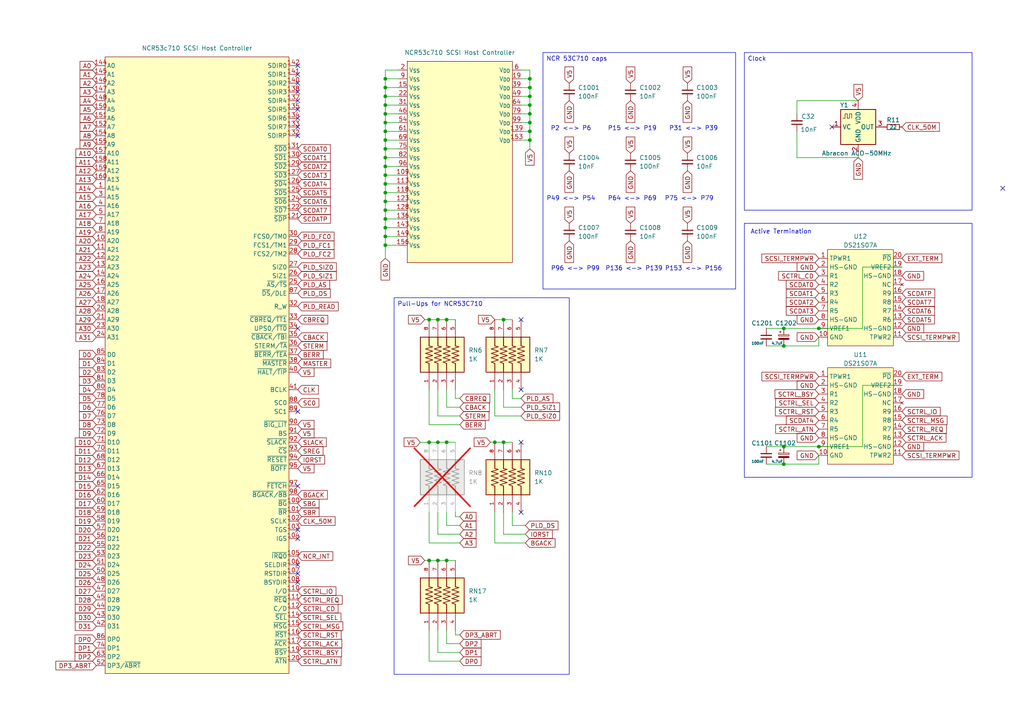
<source format=kicad_sch>
(kicad_sch (version 20250114) (generator "eeschema") (generator_version "9.0")
  (paper "A4")
  (title_block (title "A4092") (date "2026-01-08") (rev "REV C") (company "amiga.technology"))
  (rectangle (start 215.9 64.77) (end 281.94 138.43))
  (text "P2 <-> P6" (at 165.608 37.338 0) (effects (font (size 1.27 1.27))))
  (text "P96 <-> P99" (at 166.878 77.978 0) (effects (font (size 1.27 1.27))))
  (text "P49 <-> P54" (at 165.608 57.658 0) (effects (font (size 1.27 1.27))))
  (text "P136 <-> P139" (at 183.896 77.978 0) (effects (font (size 1.27 1.27))))
  (text "Active Termination\n" (at 226.568 67.31 0) (effects (font (size 1.27 1.27))))
  (text "P153 <-> P156" (at 201.168 77.978 0) (effects (font (size 1.27 1.27))))
  (text "P31 <-> P39" (at 201.168 37.338 0) (effects (font (size 1.27 1.27))))
  (text "P64 <-> P69" (at 183.388 57.658 0) (effects (font (size 1.27 1.27))))
  (text "P15 <-> P19" (at 183.388 37.338 0) (effects (font (size 1.27 1.27))))
  (text "P75 <-> P79" (at 199.898 57.658 0) (effects (font (size 1.27 1.27))))
  (text_box "NCR 53C710 caps" (at 157.48 15.24 0) (size 55.88 68.58) (margins 0.9525 0.9525 0.9525 0.9525) (effects (font (size 1.27 1.27)) (justify left top)))
  (text_box "Clock\n" (at 215.9 15.24 0) (size 66.04 45.72) (margins 0.9525 0.9525 0.9525 0.9525) (effects (font (size 1.27 1.27)) (justify left top)))
  (text_box "Pull-Ups for NCR53C710" (at 114.3 86.36 0) (size 50.8 109.22) (margins 0.9525 0.9525 0.9525 0.9525) (effects (font (size 1.27 1.27)) (justify left top)))
  (junction (at 111.76 55.88))
  (junction (at 124.46 92.71))
  (junction (at 111.76 27.94))
  (junction (at 227.33 134.62))
  (junction (at 124.46 162.56))
  (junction (at 111.76 22.86))
  (junction (at 129.54 92.71))
  (junction (at 237.49 129.54))
  (junction (at 153.67 35.56))
  (junction (at 111.76 48.26))
  (junction (at 129.54 128.27))
  (junction (at 237.49 95.25))
  (junction (at 153.67 25.4))
  (junction (at 127 162.56))
  (junction (at 111.76 68.58))
  (junction (at 111.76 58.42))
  (junction (at 111.76 66.04))
  (junction (at 111.76 35.56))
  (junction (at 111.76 50.8))
  (junction (at 153.67 27.94))
  (junction (at 111.76 53.34))
  (junction (at 129.54 162.56))
  (junction (at 111.76 45.72))
  (junction (at 146.05 128.27))
  (junction (at 153.67 33.02))
  (junction (at 111.76 40.64))
  (junction (at 227.33 100.33))
  (junction (at 111.76 33.02))
  (junction (at 143.51 128.27))
  (junction (at 153.67 30.48))
  (junction (at 227.33 95.25))
  (junction (at 153.67 22.86))
  (junction (at 111.76 60.96))
  (junction (at 153.67 38.1))
  (junction (at 111.76 30.48))
  (junction (at 111.76 43.18))
  (junction (at 227.33 129.54))
  (junction (at 111.76 63.5))
  (junction (at 111.76 38.1))
  (junction (at 124.46 128.27))
  (junction (at 111.76 71.12))
  (junction (at 153.67 40.64))
  (junction (at 127 128.27))
  (junction (at 146.05 92.71))
  (junction (at 111.76 25.4))
  (junction (at 127 92.71))
  (no_connect (at 86.36 153.67))
  (no_connect (at 241.3 36.83))
  (no_connect (at 86.36 163.83))
  (no_connect (at 151.13 148.59))
  (no_connect (at 151.13 113.03))
  (no_connect (at 86.36 24.13))
  (no_connect (at 86.36 29.21))
  (no_connect (at 86.36 168.91))
  (no_connect (at 151.13 128.27))
  (no_connect (at 151.13 92.71))
  (no_connect (at 86.36 31.75))
  (no_connect (at 86.36 19.05))
  (no_connect (at 86.36 26.67))
  (no_connect (at 86.36 95.25))
  (no_connect (at 86.36 140.97))
  (no_connect (at 86.36 34.29))
  (no_connect (at 86.36 21.59))
  (no_connect (at 86.36 156.21))
  (no_connect (at 290.83 54.61))
  (no_connect (at 86.36 166.37))
  (no_connect (at 86.36 39.37))
  (no_connect (at 86.36 36.83))
  (no_connect (at 86.36 119.38))
  (wire (pts (xy 111.76 20.32) (xy 115.57 20.32)))
  (wire (pts (xy 250.19 77.47) (xy 261.62 77.47)))
  (wire (pts (xy 124.46 123.19) (xy 124.46 113.03)))
  (wire (pts (xy 129.54 162.56) (xy 132.08 162.56)))
  (wire (pts (xy 127 154.94) (xy 127 148.59)))
  (wire (pts (xy 123.19 92.71) (xy 124.46 92.71)))
  (wire (pts (xy 111.76 48.26) (xy 111.76 50.8)))
  (wire (pts (xy 124.46 162.56) (xy 127 162.56)))
  (wire (pts (xy 127 92.71) (xy 129.54 92.71)))
  (wire (pts (xy 151.13 22.86) (xy 153.67 22.86)))
  (wire (pts (xy 111.76 25.4) (xy 115.57 25.4)))
  (wire (pts (xy 142.24 128.27) (xy 143.51 128.27)))
  (wire (pts (xy 153.67 25.4) (xy 153.67 27.94)))
  (wire (pts (xy 153.67 30.48) (xy 153.67 33.02)))
  (wire (pts (xy 248.92 45.72) (xy 231.14 45.72)))
  (wire (pts (xy 222.25 129.54) (xy 227.33 129.54)))
  (wire (pts (xy 132.08 149.86) (xy 132.08 148.59)))
  (wire (pts (xy 248.92 45.72) (xy 248.92 44.45)))
  (wire (pts (xy 124.46 191.77) (xy 124.46 182.88)))
  (wire (pts (xy 124.46 157.48) (xy 124.46 148.59)))
  (wire (pts (xy 111.76 27.94) (xy 111.76 25.4)))
  (wire (pts (xy 153.67 35.56) (xy 153.67 38.1)))
  (wire (pts (xy 151.13 33.02) (xy 153.67 33.02)))
  (wire (pts (xy 237.49 100.33) (xy 227.33 100.33)))
  (wire (pts (xy 111.76 66.04) (xy 115.57 66.04)))
  (wire (pts (xy 146.05 118.11) (xy 151.13 118.11)))
  (wire (pts (xy 111.76 38.1) (xy 115.57 38.1)))
  (wire (pts (xy 111.76 43.18) (xy 111.76 45.72)))
  (wire (pts (xy 111.76 22.86) (xy 115.57 22.86)))
  (wire (pts (xy 129.54 186.69) (xy 129.54 182.88)))
  (wire (pts (xy 143.51 120.65) (xy 151.13 120.65)))
  (wire (pts (xy 127 120.65) (xy 127 113.03)))
  (wire (pts (xy 111.76 68.58) (xy 111.76 71.12)))
  (wire (pts (xy 237.49 129.54) (xy 250.19 129.54)))
  (wire (pts (xy 111.76 33.02) (xy 111.76 35.56)))
  (wire (pts (xy 111.76 33.02) (xy 111.76 30.48)))
  (wire (pts (xy 133.35 149.86) (xy 132.08 149.86)))
  (wire (pts (xy 146.05 92.71) (xy 148.59 92.71)))
  (wire (pts (xy 152.4 154.94) (xy 146.05 154.94)))
  (wire (pts (xy 133.35 191.77) (xy 124.46 191.77)))
  (wire (pts (xy 111.76 63.5) (xy 111.76 66.04)))
  (wire (pts (xy 111.76 45.72) (xy 115.57 45.72)))
  (wire (pts (xy 111.76 30.48) (xy 115.57 30.48)))
  (wire (pts (xy 111.76 50.8) (xy 111.76 53.34)))
  (wire (pts (xy 111.76 55.88) (xy 115.57 55.88)))
  (wire (pts (xy 146.05 128.27) (xy 148.59 128.27)))
  (wire (pts (xy 133.35 120.65) (xy 127 120.65)))
  (wire (pts (xy 111.76 43.18) (xy 115.57 43.18)))
  (wire (pts (xy 111.76 40.64) (xy 111.76 43.18)))
  (wire (pts (xy 133.35 186.69) (xy 129.54 186.69)))
  (wire (pts (xy 111.76 22.86) (xy 111.76 20.32)))
  (wire (pts (xy 111.76 71.12) (xy 111.76 74.93)))
  (wire (pts (xy 152.4 152.4) (xy 148.59 152.4)))
  (wire (pts (xy 133.35 157.48) (xy 124.46 157.48)))
  (wire (pts (xy 111.76 30.48) (xy 111.76 27.94)))
  (wire (pts (xy 151.13 30.48) (xy 153.67 30.48)))
  (wire (pts (xy 111.76 50.8) (xy 115.57 50.8)))
  (wire (pts (xy 111.76 33.02) (xy 115.57 33.02)))
  (wire (pts (xy 111.76 38.1) (xy 111.76 40.64)))
  (wire (pts (xy 222.25 95.25) (xy 227.33 95.25)))
  (wire (pts (xy 133.35 152.4) (xy 129.54 152.4)))
  (wire (pts (xy 132.08 113.03) (xy 132.08 115.57)))
  (wire (pts (xy 111.76 71.12) (xy 115.57 71.12)))
  (wire (pts (xy 111.76 58.42) (xy 115.57 58.42)))
  (wire (pts (xy 129.54 118.11) (xy 129.54 113.03)))
  (wire (pts (xy 153.67 22.86) (xy 153.67 25.4)))
  (wire (pts (xy 111.76 27.94) (xy 115.57 27.94)))
  (wire (pts (xy 111.76 35.56) (xy 111.76 38.1)))
  (wire (pts (xy 132.08 184.15) (xy 132.08 182.88)))
  (wire (pts (xy 250.19 95.25) (xy 250.19 77.47)))
  (wire (pts (xy 129.54 92.71) (xy 132.08 92.71)))
  (wire (pts (xy 231.14 45.72) (xy 231.14 38.1)))
  (wire (pts (xy 115.57 35.56) (xy 111.76 35.56)))
  (wire (pts (xy 133.35 118.11) (xy 129.54 118.11)))
  (wire (pts (xy 111.76 55.88) (xy 111.76 58.42)))
  (wire (pts (xy 111.76 53.34) (xy 115.57 53.34)))
  (wire (pts (xy 148.59 115.57) (xy 151.13 115.57)))
  (wire (pts (xy 152.4 157.48) (xy 143.51 157.48)))
  (wire (pts (xy 111.76 53.34) (xy 111.76 55.88)))
  (wire (pts (xy 133.35 184.15) (xy 132.08 184.15)))
  (wire (pts (xy 129.54 128.27) (xy 132.08 128.27)))
  (wire (pts (xy 151.13 27.94) (xy 153.67 27.94)))
  (wire (pts (xy 143.51 92.71) (xy 146.05 92.71)))
  (wire (pts (xy 151.13 40.64) (xy 153.67 40.64)))
  (wire (pts (xy 250.19 129.54) (xy 250.19 111.76)))
  (wire (pts (xy 133.35 154.94) (xy 127 154.94)))
  (wire (pts (xy 231.14 29.21) (xy 231.14 33.02)))
  (wire (pts (xy 132.08 115.57) (xy 133.35 115.57)))
  (wire (pts (xy 111.76 60.96) (xy 115.57 60.96)))
  (wire (pts (xy 127 162.56) (xy 129.54 162.56)))
  (wire (pts (xy 111.76 63.5) (xy 115.57 63.5)))
  (wire (pts (xy 111.76 58.42) (xy 111.76 60.96)))
  (wire (pts (xy 237.49 132.08) (xy 237.49 134.62)))
  (wire (pts (xy 133.35 189.23) (xy 127 189.23)))
  (wire (pts (xy 237.49 97.79) (xy 237.49 100.33)))
  (wire (pts (xy 143.51 157.48) (xy 143.51 148.59)))
  (wire (pts (xy 148.59 152.4) (xy 148.59 148.59)))
  (wire (pts (xy 111.76 48.26) (xy 115.57 48.26)))
  (wire (pts (xy 151.13 25.4) (xy 153.67 25.4)))
  (wire (pts (xy 153.67 40.64) (xy 153.67 43.18)))
  (wire (pts (xy 148.59 113.03) (xy 148.59 115.57)))
  (wire (pts (xy 250.19 111.76) (xy 261.62 111.76)))
  (wire (pts (xy 143.51 128.27) (xy 146.05 128.27)))
  (wire (pts (xy 146.05 154.94) (xy 146.05 148.59)))
  (wire (pts (xy 222.25 100.33) (xy 227.33 100.33)))
  (wire (pts (xy 129.54 152.4) (xy 129.54 148.59)))
  (wire (pts (xy 111.76 25.4) (xy 111.76 22.86)))
  (wire (pts (xy 222.25 134.62) (xy 227.33 134.62)))
  (wire (pts (xy 133.35 123.19) (xy 124.46 123.19)))
  (wire (pts (xy 111.76 60.96) (xy 111.76 63.5)))
  (wire (pts (xy 146.05 113.03) (xy 146.05 118.11)))
  (wire (pts (xy 111.76 45.72) (xy 111.76 48.26)))
  (wire (pts (xy 123.19 162.56) (xy 124.46 162.56)))
  (wire (pts (xy 248.92 29.21) (xy 231.14 29.21)))
  (wire (pts (xy 143.51 113.03) (xy 143.51 120.65)))
  (wire (pts (xy 151.13 35.56) (xy 153.67 35.56)))
  (wire (pts (xy 127 128.27) (xy 129.54 128.27)))
  (wire (pts (xy 121.92 128.27) (xy 124.46 128.27)))
  (wire (pts (xy 111.76 66.04) (xy 111.76 68.58)))
  (wire (pts (xy 127 189.23) (xy 127 182.88)))
  (wire (pts (xy 153.67 27.94) (xy 153.67 30.48)))
  (wire (pts (xy 227.33 95.25) (xy 237.49 95.25)))
  (wire (pts (xy 124.46 128.27) (xy 127 128.27)))
  (wire (pts (xy 151.13 38.1) (xy 153.67 38.1)))
  (wire (pts (xy 153.67 33.02) (xy 153.67 35.56)))
  (wire (pts (xy 111.76 40.64) (xy 115.57 40.64)))
  (wire (pts (xy 151.13 20.32) (xy 153.67 20.32)))
  (wire (pts (xy 227.33 129.54) (xy 237.49 129.54)))
  (wire (pts (xy 153.67 38.1) (xy 153.67 40.64)))
  (wire (pts (xy 124.46 92.71) (xy 127 92.71)))
  (wire (pts (xy 111.76 68.58) (xy 115.57 68.58)))
  (wire (pts (xy 237.49 95.25) (xy 250.19 95.25)))
  (wire (pts (xy 153.67 20.32) (xy 153.67 22.86)))
  (wire (pts (xy 237.49 134.62) (xy 227.33 134.62)))
  (global_label "SCDAT0" (shape input) (at 86.36 43.18 0) (property "Intersheetrefs" "${INTERSHEET_REFS}" (effects (hide yes))))
  (global_label "A31" (shape input) (at 27.94 97.79 180) (property "Intersheetrefs" "${INTERSHEET_REFS}" (effects (hide yes))))
  (global_label "A2" (shape input) (at 133.35 154.94 0) (property "Intersheetrefs" "${INTERSHEET_REFS}" (effects (hide yes))))
  (global_label "SCTRL_REQ" (shape input) (at 86.36 173.99 0) (property "Intersheetrefs" "${INTERSHEET_REFS}" (effects (hide yes))))
  (global_label "CLK_50M" (shape input) (at 261.62 36.83 0) (property "Intersheetrefs" "${INTERSHEET_REFS}" (effects (hide yes))))
  (global_label "A10" (shape input) (at 27.94 44.45 180) (property "Intersheetrefs" "${INTERSHEET_REFS}" (effects (hide yes))))
  (global_label "V5" (shape input) (at 248.92 29.21 90) (property "Intersheetrefs" "${INTERSHEET_REFS}" (effects (hide yes))))
  (global_label "GND" (shape input) (at 237.49 127 180) (property "Intersheetrefs" "${INTERSHEET_REFS}" (effects (hide yes))))
  (global_label "A8" (shape input) (at 27.94 39.37 180) (property "Intersheetrefs" "${INTERSHEET_REFS}" (effects (hide yes))))
  (global_label "EXT_TERM" (shape input) (at 261.62 109.22 0) (property "Intersheetrefs" "${INTERSHEET_REFS}" (effects (hide yes))))
  (global_label "D23" (shape input) (at 27.94 161.29 180) (property "Intersheetrefs" "${INTERSHEET_REFS}" (effects (hide yes))))
  (global_label "BGACK" (shape input) (at 152.4 157.48 0) (property "Intersheetrefs" "${INTERSHEET_REFS}" (effects (hide yes))))
  (global_label "SCTRL_MSG" (shape input) (at 261.62 121.92 0) (property "Intersheetrefs" "${INTERSHEET_REFS}" (effects (hide yes))))
  (global_label "PLD_SIZ1" (shape input) (at 151.13 118.11 0) (property "Intersheetrefs" "${INTERSHEET_REFS}" (effects (hide yes))))
  (global_label "V5" (shape input) (at 165.1 64.77 90) (property "Intersheetrefs" "${INTERSHEET_REFS}" (effects (hide yes))))
  (global_label "D12" (shape input) (at 27.94 133.35 180) (property "Intersheetrefs" "${INTERSHEET_REFS}" (effects (hide yes))))
  (global_label "A5" (shape input) (at 27.94 31.75 180) (property "Intersheetrefs" "${INTERSHEET_REFS}" (effects (hide yes))))
  (global_label "GND" (shape input) (at 199.39 49.53 270) (property "Intersheetrefs" "${INTERSHEET_REFS}" (effects (hide yes))))
  (global_label "DP0" (shape input) (at 27.94 185.42 180) (property "Intersheetrefs" "${INTERSHEET_REFS}" (effects (hide yes))))
  (global_label "SCDAT5" (shape input) (at 86.36 55.88 0) (property "Intersheetrefs" "${INTERSHEET_REFS}" (effects (hide yes))))
  (global_label "SCTRL_RST" (shape input) (at 237.49 119.38 180) (property "Intersheetrefs" "${INTERSHEET_REFS}" (effects (hide yes))))
  (global_label "D13" (shape input) (at 27.94 135.89 180) (property "Intersheetrefs" "${INTERSHEET_REFS}" (effects (hide yes))))
  (global_label "V5" (shape input) (at 86.36 135.89 0) (property "Intersheetrefs" "${INTERSHEET_REFS}" (effects (hide yes))))
  (global_label "V5" (shape input) (at 143.51 92.71 180) (property "Intersheetrefs" "${INTERSHEET_REFS}" (effects (hide yes))))
  (global_label "D28" (shape input) (at 27.94 173.99 180) (property "Intersheetrefs" "${INTERSHEET_REFS}" (effects (hide yes))))
  (global_label "IORST" (shape input) (at 86.36 133.35 0) (property "Intersheetrefs" "${INTERSHEET_REFS}" (effects (hide yes))))
  (global_label "A16" (shape input) (at 27.94 59.69 180) (property "Intersheetrefs" "${INTERSHEET_REFS}" (effects (hide yes))))
  (global_label "A13" (shape input) (at 27.94 52.07 180) (property "Intersheetrefs" "${INTERSHEET_REFS}" (effects (hide yes))))
  (global_label "EXT_TERM" (shape input) (at 261.62 74.93 0) (property "Intersheetrefs" "${INTERSHEET_REFS}" (effects (hide yes))))
  (global_label "D24" (shape input) (at 27.94 163.83 180) (property "Intersheetrefs" "${INTERSHEET_REFS}" (effects (hide yes))))
  (global_label "SCTRL_CD" (shape input) (at 237.49 80.01 180) (property "Intersheetrefs" "${INTERSHEET_REFS}" (effects (hide yes))))
  (global_label "A3" (shape input) (at 27.94 26.67 180) (property "Intersheetrefs" "${INTERSHEET_REFS}" (effects (hide yes))))
  (global_label "A24" (shape input) (at 27.94 80.01 180) (property "Intersheetrefs" "${INTERSHEET_REFS}" (effects (hide yes))))
  (global_label "SCDATP" (shape input) (at 86.36 63.5 0) (property "Intersheetrefs" "${INTERSHEET_REFS}" (effects (hide yes))))
  (global_label "SCTRL_ATN" (shape input) (at 86.36 191.77 0) (property "Intersheetrefs" "${INTERSHEET_REFS}" (effects (hide yes))))
  (global_label "DP1" (shape input) (at 27.94 187.96 180) (property "Intersheetrefs" "${INTERSHEET_REFS}" (effects (hide yes))))
  (global_label "SLACK" (shape input) (at 86.36 128.27 0) (property "Intersheetrefs" "${INTERSHEET_REFS}" (effects (hide yes))))
  (global_label "D6" (shape input) (at 27.94 118.11 180) (property "Intersheetrefs" "${INTERSHEET_REFS}" (effects (hide yes))))
  (global_label "D31" (shape input) (at 27.94 181.61 180) (property "Intersheetrefs" "${INTERSHEET_REFS}" (effects (hide yes))))
  (global_label "BERR" (shape input) (at 86.36 102.87 0) (property "Intersheetrefs" "${INTERSHEET_REFS}" (effects (hide yes))))
  (global_label "GND" (shape input) (at 199.39 69.85 270) (property "Intersheetrefs" "${INTERSHEET_REFS}" (effects (hide yes))))
  (global_label "GND" (shape input) (at 261.62 80.01 0) (property "Intersheetrefs" "${INTERSHEET_REFS}" (effects (hide yes))))
  (global_label "PLD_SIZ0" (shape input) (at 86.36 77.47 0) (property "Intersheetrefs" "${INTERSHEET_REFS}" (effects (hide yes))))
  (global_label "A1" (shape input) (at 133.35 152.4 0) (property "Intersheetrefs" "${INTERSHEET_REFS}" (effects (hide yes))))
  (global_label "A0" (shape input) (at 27.94 19.05 180) (property "Intersheetrefs" "${INTERSHEET_REFS}" (effects (hide yes))))
  (global_label "SCTRL_SEL" (shape input) (at 86.36 179.07 0) (property "Intersheetrefs" "${INTERSHEET_REFS}" (effects (hide yes))))
  (global_label "SCDAT7" (shape input) (at 86.36 60.96 0) (property "Intersheetrefs" "${INTERSHEET_REFS}" (effects (hide yes))))
  (global_label "A3" (shape input) (at 133.35 157.48 0) (property "Intersheetrefs" "${INTERSHEET_REFS}" (effects (hide yes))))
  (global_label "V5" (shape input) (at 142.24 128.27 180) (property "Intersheetrefs" "${INTERSHEET_REFS}" (effects (hide yes))))
  (global_label "SCDAT2" (shape input) (at 86.36 48.26 0) (property "Intersheetrefs" "${INTERSHEET_REFS}" (effects (hide yes))))
  (global_label "SCTRL_ACK" (shape input) (at 261.62 127 0) (property "Intersheetrefs" "${INTERSHEET_REFS}" (effects (hide yes))))
  (global_label "D15" (shape input) (at 27.94 140.97 180) (property "Intersheetrefs" "${INTERSHEET_REFS}" (effects (hide yes))))
  (global_label "V5" (shape input) (at 199.39 44.45 90) (property "Intersheetrefs" "${INTERSHEET_REFS}" (effects (hide yes))))
  (global_label "CLK_50M" (shape input) (at 86.36 151.13 0) (property "Intersheetrefs" "${INTERSHEET_REFS}" (effects (hide yes))))
  (global_label "SREG" (shape input) (at 86.36 130.81 0) (property "Intersheetrefs" "${INTERSHEET_REFS}" (effects (hide yes))))
  (global_label "D16" (shape input) (at 27.94 143.51 180) (property "Intersheetrefs" "${INTERSHEET_REFS}" (effects (hide yes))))
  (global_label "DP3_ABRT" (shape input) (at 133.35 184.15 0) (property "Intersheetrefs" "${INTERSHEET_REFS}" (effects (hide yes))))
  (global_label "BGACK" (shape input) (at 86.36 143.51 0) (property "Intersheetrefs" "${INTERSHEET_REFS}" (effects (hide yes))))
  (global_label "V5" (shape input) (at 165.1 24.13 90) (property "Intersheetrefs" "${INTERSHEET_REFS}" (effects (hide yes))))
  (global_label "SCTRL_MSG" (shape input) (at 86.36 181.61 0) (property "Intersheetrefs" "${INTERSHEET_REFS}" (effects (hide yes))))
  (global_label "IORST" (shape input) (at 152.4 154.94 0) (property "Intersheetrefs" "${INTERSHEET_REFS}" (effects (hide yes))))
  (global_label "D27" (shape input) (at 27.94 171.45 180) (property "Intersheetrefs" "${INTERSHEET_REFS}" (effects (hide yes))))
  (global_label "SCTRL_SEL" (shape input) (at 237.49 116.84 180) (property "Intersheetrefs" "${INTERSHEET_REFS}" (effects (hide yes))))
  (global_label "V5" (shape input) (at 123.19 92.71 180) (property "Intersheetrefs" "${INTERSHEET_REFS}" (effects (hide yes))))
  (global_label "GND" (shape input) (at 182.88 49.53 270) (property "Intersheetrefs" "${INTERSHEET_REFS}" (effects (hide yes))))
  (global_label "SBG" (shape input) (at 86.36 146.05 0) (property "Intersheetrefs" "${INTERSHEET_REFS}" (effects (hide yes))))
  (global_label "D20" (shape input) (at 27.94 153.67 180) (property "Intersheetrefs" "${INTERSHEET_REFS}" (effects (hide yes))))
  (global_label "PLD_FC2" (shape input) (at 86.36 73.66 0) (property "Intersheetrefs" "${INTERSHEET_REFS}" (effects (hide yes))))
  (global_label "D18" (shape input) (at 27.94 148.59 180) (property "Intersheetrefs" "${INTERSHEET_REFS}" (effects (hide yes))))
  (global_label "GND" (shape input) (at 237.49 92.71 180) (property "Intersheetrefs" "${INTERSHEET_REFS}" (effects (hide yes))))
  (global_label "A19" (shape input) (at 27.94 67.31 180) (property "Intersheetrefs" "${INTERSHEET_REFS}" (effects (hide yes))))
  (global_label "A6" (shape input) (at 27.94 34.29 180) (property "Intersheetrefs" "${INTERSHEET_REFS}" (effects (hide yes))))
  (global_label "SCDAT0" (shape input) (at 237.49 82.55 180) (property "Intersheetrefs" "${INTERSHEET_REFS}" (effects (hide yes))))
  (global_label "GND" (shape input) (at 237.49 97.79 180) (property "Intersheetrefs" "${INTERSHEET_REFS}" (effects (hide yes))))
  (global_label "PLD_FC0" (shape input) (at 86.36 68.58 0) (property "Intersheetrefs" "${INTERSHEET_REFS}" (effects (hide yes))))
  (global_label "A14" (shape input) (at 27.94 54.61 180) (property "Intersheetrefs" "${INTERSHEET_REFS}" (effects (hide yes))))
  (global_label "D22" (shape input) (at 27.94 158.75 180) (property "Intersheetrefs" "${INTERSHEET_REFS}" (effects (hide yes))))
  (global_label "CBREQ" (shape input) (at 133.35 115.57 0) (property "Intersheetrefs" "${INTERSHEET_REFS}" (effects (hide yes))))
  (global_label "D30" (shape input) (at 27.94 179.07 180) (property "Intersheetrefs" "${INTERSHEET_REFS}" (effects (hide yes))))
  (global_label "PLD_DS" (shape input) (at 86.36 85.09 0) (property "Intersheetrefs" "${INTERSHEET_REFS}" (effects (hide yes))))
  (global_label "SCTRL_RST" (shape input) (at 86.36 184.15 0) (property "Intersheetrefs" "${INTERSHEET_REFS}" (effects (hide yes))))
  (global_label "GND" (shape input) (at 111.76 74.93 270) (property "Intersheetrefs" "${INTERSHEET_REFS}" (effects (hide yes))))
  (global_label "SCDAT4" (shape input) (at 86.36 53.34 0) (property "Intersheetrefs" "${INTERSHEET_REFS}" (effects (hide yes))))
  (global_label "SCTRL_REQ" (shape input) (at 261.62 124.46 0) (property "Intersheetrefs" "${INTERSHEET_REFS}" (effects (hide yes))))
  (global_label "SBR" (shape input) (at 86.36 148.59 0) (property "Intersheetrefs" "${INTERSHEET_REFS}" (effects (hide yes))))
  (global_label "CBACK" (shape input) (at 133.35 118.11 0) (property "Intersheetrefs" "${INTERSHEET_REFS}" (effects (hide yes))))
  (global_label "V5" (shape input) (at 165.1 44.45 90) (property "Intersheetrefs" "${INTERSHEET_REFS}" (effects (hide yes))))
  (global_label "D8" (shape input) (at 27.94 123.19 180) (property "Intersheetrefs" "${INTERSHEET_REFS}" (effects (hide yes))))
  (global_label "DP3_ABRT" (shape input) (at 27.94 193.04 180) (property "Intersheetrefs" "${INTERSHEET_REFS}" (effects (hide yes))))
  (global_label "PLD_AS" (shape input) (at 86.36 82.55 0) (property "Intersheetrefs" "${INTERSHEET_REFS}" (effects (hide yes))))
  (global_label "D2" (shape input) (at 27.94 107.95 180) (property "Intersheetrefs" "${INTERSHEET_REFS}" (effects (hide yes))))
  (global_label "SC0" (shape input) (at 86.36 116.84 0) (property "Intersheetrefs" "${INTERSHEET_REFS}" (effects (hide yes))))
  (global_label "BERR" (shape input) (at 133.35 123.19 0) (property "Intersheetrefs" "${INTERSHEET_REFS}" (effects (hide yes))))
  (global_label "DP2" (shape input) (at 27.94 190.5 180) (property "Intersheetrefs" "${INTERSHEET_REFS}" (effects (hide yes))))
  (global_label "A21" (shape input) (at 27.94 72.39 180) (property "Intersheetrefs" "${INTERSHEET_REFS}" (effects (hide yes))))
  (global_label "SCDAT1" (shape input) (at 86.36 45.72 0) (property "Intersheetrefs" "${INTERSHEET_REFS}" (effects (hide yes))))
  (global_label "GND" (shape input) (at 248.92 45.72 270) (property "Intersheetrefs" "${INTERSHEET_REFS}" (effects (hide yes))))
  (global_label "A18" (shape input) (at 27.94 64.77 180) (property "Intersheetrefs" "${INTERSHEET_REFS}" (effects (hide yes))))
  (global_label "V5" (shape input) (at 121.92 128.27 180) (property "Intersheetrefs" "${INTERSHEET_REFS}" (effects (hide yes))))
  (global_label "SCSI_TERMPWR" (shape input) (at 261.62 97.79 0) (property "Intersheetrefs" "${INTERSHEET_REFS}" (effects (hide yes))))
  (global_label "SCTRL_BSY" (shape input) (at 237.49 114.3 180) (property "Intersheetrefs" "${INTERSHEET_REFS}" (effects (hide yes))))
  (global_label "D4" (shape input) (at 27.94 113.03 180) (property "Intersheetrefs" "${INTERSHEET_REFS}" (effects (hide yes))))
  (global_label "V5" (shape input) (at 199.39 64.77 90) (property "Intersheetrefs" "${INTERSHEET_REFS}" (effects (hide yes))))
  (global_label "SCTRL_ATN" (shape input) (at 237.49 124.46 180) (property "Intersheetrefs" "${INTERSHEET_REFS}" (effects (hide yes))))
  (global_label "D14" (shape input) (at 27.94 138.43 180) (property "Intersheetrefs" "${INTERSHEET_REFS}" (effects (hide yes))))
  (global_label "SCDAT3" (shape input) (at 86.36 50.8 0) (property "Intersheetrefs" "${INTERSHEET_REFS}" (effects (hide yes))))
  (global_label "SCDAT5" (shape input) (at 261.62 92.71 0) (property "Intersheetrefs" "${INTERSHEET_REFS}" (effects (hide yes))))
  (global_label "V5" (shape input) (at 182.88 24.13 90) (property "Intersheetrefs" "${INTERSHEET_REFS}" (effects (hide yes))))
  (global_label "A0" (shape input) (at 133.35 149.86 0) (property "Intersheetrefs" "${INTERSHEET_REFS}" (effects (hide yes))))
  (global_label "A11" (shape input) (at 27.94 46.99 180) (property "Intersheetrefs" "${INTERSHEET_REFS}" (effects (hide yes))))
  (global_label "GND" (shape input) (at 182.88 69.85 270) (property "Intersheetrefs" "${INTERSHEET_REFS}" (effects (hide yes))))
  (global_label "STERM" (shape input) (at 86.36 100.33 0) (property "Intersheetrefs" "${INTERSHEET_REFS}" (effects (hide yes))))
  (global_label "SCTRL_IO" (shape input) (at 86.36 171.45 0) (property "Intersheetrefs" "${INTERSHEET_REFS}" (effects (hide yes))))
  (global_label "GND" (shape input) (at 237.49 111.76 180) (property "Intersheetrefs" "${INTERSHEET_REFS}" (effects (hide yes))))
  (global_label "MASTER" (shape input) (at 86.36 105.41 0) (property "Intersheetrefs" "${INTERSHEET_REFS}" (effects (hide yes))))
  (global_label "D29" (shape input) (at 27.94 176.53 180) (property "Intersheetrefs" "${INTERSHEET_REFS}" (effects (hide yes))))
  (global_label "GND" (shape input) (at 182.88 29.21 270) (property "Intersheetrefs" "${INTERSHEET_REFS}" (effects (hide yes))))
  (global_label "D3" (shape input) (at 27.94 110.49 180) (property "Intersheetrefs" "${INTERSHEET_REFS}" (effects (hide yes))))
  (global_label "SCDAT7" (shape input) (at 261.62 87.63 0) (property "Intersheetrefs" "${INTERSHEET_REFS}" (effects (hide yes))))
  (global_label "V5" (shape input) (at 86.36 123.19 0) (property "Intersheetrefs" "${INTERSHEET_REFS}" (effects (hide yes))))
  (global_label "D19" (shape input) (at 27.94 151.13 180) (property "Intersheetrefs" "${INTERSHEET_REFS}" (effects (hide yes))))
  (global_label "GND" (shape input) (at 237.49 77.47 180) (property "Intersheetrefs" "${INTERSHEET_REFS}" (effects (hide yes))))
  (global_label "SCSI_TERMPWR" (shape input) (at 261.62 132.08 0) (property "Intersheetrefs" "${INTERSHEET_REFS}" (effects (hide yes))))
  (global_label "DP0" (shape input) (at 133.35 191.77 0) (property "Intersheetrefs" "${INTERSHEET_REFS}" (effects (hide yes))))
  (global_label "A25" (shape input) (at 27.94 82.55 180) (property "Intersheetrefs" "${INTERSHEET_REFS}" (effects (hide yes))))
  (global_label "SCTRL_BSY" (shape input) (at 86.36 189.23 0) (property "Intersheetrefs" "${INTERSHEET_REFS}" (effects (hide yes))))
  (global_label "A17" (shape input) (at 27.94 62.23 180) (property "Intersheetrefs" "${INTERSHEET_REFS}" (effects (hide yes))))
  (global_label "D5" (shape input) (at 27.94 115.57 180) (property "Intersheetrefs" "${INTERSHEET_REFS}" (effects (hide yes))))
  (global_label "PLD_AS" (shape input) (at 151.13 115.57 0) (property "Intersheetrefs" "${INTERSHEET_REFS}" (effects (hide yes))))
  (global_label "GND" (shape input) (at 261.62 129.54 0) (property "Intersheetrefs" "${INTERSHEET_REFS}" (effects (hide yes))))
  (global_label "D9" (shape input) (at 27.94 125.73 180) (property "Intersheetrefs" "${INTERSHEET_REFS}" (effects (hide yes))))
  (global_label "PLD_READ" (shape input) (at 86.36 88.9 0) (property "Intersheetrefs" "${INTERSHEET_REFS}" (effects (hide yes))))
  (global_label "CBACK" (shape input) (at 86.36 97.79 0) (property "Intersheetrefs" "${INTERSHEET_REFS}" (effects (hide yes))))
  (global_label "SCTRL_IO" (shape input) (at 261.62 119.38 0) (property "Intersheetrefs" "${INTERSHEET_REFS}" (effects (hide yes))))
  (global_label "D21" (shape input) (at 27.94 156.21 180) (property "Intersheetrefs" "${INTERSHEET_REFS}" (effects (hide yes))))
  (global_label "DP2" (shape input) (at 133.35 186.69 0) (property "Intersheetrefs" "${INTERSHEET_REFS}" (effects (hide yes))))
  (global_label "SCDAT2" (shape input) (at 237.49 87.63 180) (property "Intersheetrefs" "${INTERSHEET_REFS}" (effects (hide yes))))
  (global_label "A29" (shape input) (at 27.94 92.71 180) (property "Intersheetrefs" "${INTERSHEET_REFS}" (effects (hide yes))))
  (global_label "STERM" (shape input) (at 133.35 120.65 0) (property "Intersheetrefs" "${INTERSHEET_REFS}" (effects (hide yes))))
  (global_label "SCDAT6" (shape input) (at 261.62 90.17 0) (property "Intersheetrefs" "${INTERSHEET_REFS}" (effects (hide yes))))
  (global_label "A28" (shape input) (at 27.94 90.17 180) (property "Intersheetrefs" "${INTERSHEET_REFS}" (effects (hide yes))))
  (global_label "PLD_DS" (shape input) (at 152.4 152.4 0) (property "Intersheetrefs" "${INTERSHEET_REFS}" (effects (hide yes))))
  (global_label "A1" (shape input) (at 27.94 21.59 180) (property "Intersheetrefs" "${INTERSHEET_REFS}" (effects (hide yes))))
  (global_label "D17" (shape input) (at 27.94 146.05 180) (property "Intersheetrefs" "${INTERSHEET_REFS}" (effects (hide yes))))
  (global_label "GND" (shape input) (at 261.62 114.3 0) (property "Intersheetrefs" "${INTERSHEET_REFS}" (effects (hide yes))))
  (global_label "GND" (shape input) (at 165.1 49.53 270) (property "Intersheetrefs" "${INTERSHEET_REFS}" (effects (hide yes))))
  (global_label "A22" (shape input) (at 27.94 74.93 180) (property "Intersheetrefs" "${INTERSHEET_REFS}" (effects (hide yes))))
  (global_label "A2" (shape input) (at 27.94 24.13 180) (property "Intersheetrefs" "${INTERSHEET_REFS}" (effects (hide yes))))
  (global_label "V5" (shape input) (at 86.36 125.73 0) (property "Intersheetrefs" "${INTERSHEET_REFS}" (effects (hide yes))))
  (global_label "D7" (shape input) (at 27.94 120.65 180) (property "Intersheetrefs" "${INTERSHEET_REFS}" (effects (hide yes))))
  (global_label "SCSI_TERMPWR" (shape input) (at 237.49 109.22 180) (property "Intersheetrefs" "${INTERSHEET_REFS}" (effects (hide yes))))
  (global_label "GND" (shape input) (at 261.62 95.25 0) (property "Intersheetrefs" "${INTERSHEET_REFS}" (effects (hide yes))))
  (global_label "A20" (shape input) (at 27.94 69.85 180) (property "Intersheetrefs" "${INTERSHEET_REFS}" (effects (hide yes))))
  (global_label "A23" (shape input) (at 27.94 77.47 180) (property "Intersheetrefs" "${INTERSHEET_REFS}" (effects (hide yes))))
  (global_label "A12" (shape input) (at 27.94 49.53 180) (property "Intersheetrefs" "${INTERSHEET_REFS}" (effects (hide yes))))
  (global_label "A27" (shape input) (at 27.94 87.63 180) (property "Intersheetrefs" "${INTERSHEET_REFS}" (effects (hide yes))))
  (global_label "V5" (shape input) (at 182.88 64.77 90) (property "Intersheetrefs" "${INTERSHEET_REFS}" (effects (hide yes))))
  (global_label "A26" (shape input) (at 27.94 85.09 180) (property "Intersheetrefs" "${INTERSHEET_REFS}" (effects (hide yes))))
  (global_label "GND" (shape input) (at 237.49 132.08 180) (property "Intersheetrefs" "${INTERSHEET_REFS}" (effects (hide yes))))
  (global_label "PLD_FC1" (shape input) (at 86.36 71.12 0) (property "Intersheetrefs" "${INTERSHEET_REFS}" (effects (hide yes))))
  (global_label "SCSI_TERMPWR" (shape input) (at 237.49 74.93 180) (property "Intersheetrefs" "${INTERSHEET_REFS}" (effects (hide yes))))
  (global_label "GND" (shape input) (at 199.39 29.21 270) (property "Intersheetrefs" "${INTERSHEET_REFS}" (effects (hide yes))))
  (global_label "D0" (shape input) (at 27.94 102.87 180) (property "Intersheetrefs" "${INTERSHEET_REFS}" (effects (hide yes))))
  (global_label "SCDAT3" (shape input) (at 237.49 90.17 180) (property "Intersheetrefs" "${INTERSHEET_REFS}" (effects (hide yes))))
  (global_label "SCDAT4" (shape input) (at 237.49 121.92 180) (property "Intersheetrefs" "${INTERSHEET_REFS}" (effects (hide yes))))
  (global_label "GND" (shape input) (at 165.1 29.21 270) (property "Intersheetrefs" "${INTERSHEET_REFS}" (effects (hide yes))))
  (global_label "PLD_SIZ1" (shape input) (at 86.36 80.01 0) (property "Intersheetrefs" "${INTERSHEET_REFS}" (effects (hide yes))))
  (global_label "A4" (shape input) (at 27.94 29.21 180) (property "Intersheetrefs" "${INTERSHEET_REFS}" (effects (hide yes))))
  (global_label "D10" (shape input) (at 27.94 128.27 180) (property "Intersheetrefs" "${INTERSHEET_REFS}" (effects (hide yes))))
  (global_label "D11" (shape input) (at 27.94 130.81 180) (property "Intersheetrefs" "${INTERSHEET_REFS}" (effects (hide yes))))
  (global_label "SCTRL_CD" (shape input) (at 86.36 176.53 0) (property "Intersheetrefs" "${INTERSHEET_REFS}" (effects (hide yes))))
  (global_label "PLD_SIZ0" (shape input) (at 151.13 120.65 0) (property "Intersheetrefs" "${INTERSHEET_REFS}" (effects (hide yes))))
  (global_label "V5" (shape input) (at 123.19 162.56 180) (property "Intersheetrefs" "${INTERSHEET_REFS}" (effects (hide yes))))
  (global_label "V5" (shape input) (at 182.88 44.45 90) (property "Intersheetrefs" "${INTERSHEET_REFS}" (effects (hide yes))))
  (global_label "A15" (shape input) (at 27.94 57.15 180) (property "Intersheetrefs" "${INTERSHEET_REFS}" (effects (hide yes))))
  (global_label "A30" (shape input) (at 27.94 95.25 180) (property "Intersheetrefs" "${INTERSHEET_REFS}" (effects (hide yes))))
  (global_label "SCDAT6" (shape input) (at 86.36 58.42 0) (property "Intersheetrefs" "${INTERSHEET_REFS}" (effects (hide yes))))
  (global_label "A7" (shape input) (at 27.94 36.83 180) (property "Intersheetrefs" "${INTERSHEET_REFS}" (effects (hide yes))))
  (global_label "SCDAT1" (shape input) (at 237.49 85.09 180) (property "Intersheetrefs" "${INTERSHEET_REFS}" (effects (hide yes))))
  (global_label "D25" (shape input) (at 27.94 166.37 180) (property "Intersheetrefs" "${INTERSHEET_REFS}" (effects (hide yes))))
  (global_label "A9" (shape input) (at 27.94 41.91 180) (property "Intersheetrefs" "${INTERSHEET_REFS}" (effects (hide yes))))
  (global_label "V5" (shape input) (at 86.36 107.95 0) (property "Intersheetrefs" "${INTERSHEET_REFS}" (effects (hide yes))))
  (global_label "D1" (shape input) (at 27.94 105.41 180) (property "Intersheetrefs" "${INTERSHEET_REFS}" (effects (hide yes))))
  (global_label "CBREQ" (shape input) (at 86.36 92.71 0) (property "Intersheetrefs" "${INTERSHEET_REFS}" (effects (hide yes))))
  (global_label "SCTRL_ACK" (shape input) (at 86.36 186.69 0) (property "Intersheetrefs" "${INTERSHEET_REFS}" (effects (hide yes))))
  (global_label "SCDATP" (shape input) (at 261.62 85.09 0) (property "Intersheetrefs" "${INTERSHEET_REFS}" (effects (hide yes))))
  (global_label "NCR_INT" (shape input) (at 86.36 161.29 0) (property "Intersheetrefs" "${INTERSHEET_REFS}" (effects (hide yes))))
  (global_label "D26" (shape input) (at 27.94 168.91 180) (property "Intersheetrefs" "${INTERSHEET_REFS}" (effects (hide yes))))
  (global_label "V5" (shape input) (at 153.67 43.18 270) (property "Intersheetrefs" "${INTERSHEET_REFS}" (effects (hide yes))))
  (global_label "GND" (shape input) (at 165.1 69.85 270) (property "Intersheetrefs" "${INTERSHEET_REFS}" (effects (hide yes))))
  (global_label "DP1" (shape input) (at 133.35 189.23 0) (property "Intersheetrefs" "${INTERSHEET_REFS}" (effects (hide yes))))
  (global_label "V5" (shape input) (at 199.39 24.13 90) (property "Intersheetrefs" "${INTERSHEET_REFS}" (effects (hide yes))))
  (global_label "CLK" (shape input) (at 86.36 113.03 0) (property "Intersheetrefs" "${INTERSHEET_REFS}" (effects (hide yes))))
  (symbol (lib_id "YC324-FK-071KL:YC324-FK-071KL") (at 129.54 102.87 90) (unit 1)
    (property "Reference" "RN6" (at 135.89 101.5999 90) (effects (justify right)))
    (property "Value" "1K" (at 135.89 104.1399 90) (effects (justify right)))
    (property "Footprint" "CAY16_102J4LF:BO_CAY16" (effects (hide yes)))
    (property "MAXIMUM_PACKAGE_HEIGHT" "0.7 mm" (effects (hide yes)))
    (property "PARTREV" "V.9" (effects (hide yes)))
    (property "MANUFACTURER" "Yageo" (effects (hide yes)))
    (property "SNAPEDA_PACKAGE_ID" "22941" (effects (hide yes)))
    (property "STANDARD" "IPC 7351B" (effects (hide yes)))
    (property "LCSC Part #" "C784824" (effects (hide yes)))
    (property "FT Rotation Offset" "90" (effects (hide yes)))
  )
  (symbol (lib_id "ds2107:DS21S07AE") (at 241.3 104.14 0) (unit 1)
    (property "Reference" "U11" (at 249.555 102.87 0))
    (property "Value" "DS21S07A" (at 249.555 105.41 0))
    (property "Footprint" "Package_SO:TSSOP-20_4.4x6.5mm_P0.65mm" (effects (hide yes)))
    (property "Datasheet" "https://www.analog.com/media/en/technical-documentation/data-sheets/DS21S07A.pdf" (effects (hide yes)))
    (property "LCSC Part #" "C6602097" (effects (hide yes)))
  )
  (symbol (lib_id "Device:C_Small") (at 199.39 67.31 0) (unit 1)
    (property "Reference" "C1009" (at 201.93 66.0462 0) (effects (justify left)))
    (property "Value" "100nF" (at 201.93 68.5862 0) (effects (justify left)))
    (property "Footprint" "Capacitor_SMD:C_0603_1608Metric_Pad1.08x0.95mm_HandSolder" (effects (hide yes)))
    (property "Description" "Unpolarized capacitor, small symbol" (effects (hide yes)))
    (property "LCSC Part #" "C14663" (effects (hide yes)))
  )
  (symbol (lib_id "YC324-FK-071KL:YC324-FK-071KL") (at 148.59 138.43 90) (unit 1)
    (property "Reference" "RN10" (at 154.94 137.1599 90) (effects (justify right)))
    (property "Value" "1K" (at 154.94 139.6999 90) (effects (justify right)))
    (property "Footprint" "CAY16_102J4LF:BO_CAY16" (effects (hide yes)))
    (property "MAXIMUM_PACKAGE_HEIGHT" "0.7 mm" (effects (hide yes)))
    (property "PARTREV" "V.9" (effects (hide yes)))
    (property "MANUFACTURER" "Yageo" (effects (hide yes)))
    (property "SNAPEDA_PACKAGE_ID" "22941" (effects (hide yes)))
    (property "STANDARD" "IPC 7351B" (effects (hide yes)))
    (property "LCSC Part #" "C784824" (effects (hide yes)))
    (property "FT Rotation Offset" "90" (effects (hide yes)))
  )
  (symbol (lib_id "YC324-FK-071KL:YC324-FK-071KL") (at 148.59 102.87 90) (unit 1)
    (property "Reference" "RN7" (at 154.94 101.5999 90) (effects (justify right)))
    (property "Value" "1K" (at 154.94 104.1399 90) (effects (justify right)))
    (property "Footprint" "CAY16_102J4LF:BO_CAY16" (effects (hide yes)))
    (property "MAXIMUM_PACKAGE_HEIGHT" "0.7 mm" (effects (hide yes)))
    (property "PARTREV" "V.9" (effects (hide yes)))
    (property "MANUFACTURER" "Yageo" (effects (hide yes)))
    (property "SNAPEDA_PACKAGE_ID" "22941" (effects (hide yes)))
    (property "STANDARD" "IPC 7351B" (effects (hide yes)))
    (property "LCSC Part #" "C784824" (effects (hide yes)))
    (property "FT Rotation Offset" "90" (effects (hide yes)))
  )
  (symbol (lib_id "Device:C_Small") (at 231.14 35.56 180) (unit 1)
    (property "Reference" "C32" (at 232.41 33.782 0) (effects (justify right)))
    (property "Value" "10nF" (at 232.156 37.592 0) (effects (justify right)))
    (property "Footprint" "Capacitor_SMD:C_0603_1608Metric_Pad1.08x0.95mm_HandSolder" (effects (hide yes)))
    (property "Description" "Unpolarized capacitor, small symbol" (effects (hide yes)))
    (property "LCSC Part #" "C57112" (effects (hide yes)))
  )
  (symbol (lib_id "Device:R_Small") (at 259.08 36.83 90) (unit 1)
    (property "Reference" "R11" (at 259.08 34.798 90))
    (property "Value" "22" (at 259.08 36.83 90) (effects (font (size 1.016 1.016))))
    (property "Footprint" "Resistor_SMD:R_0603_1608Metric" (effects (hide yes)))
    (property "Description" "Resistor, small symbol" (effects (hide yes)))
    (property "LCSC Part #" "C23345" (effects (hide yes)))
  )
  (symbol (lib_id "Oscillator:FT5HV") (at 248.92 36.83 0) (unit 1)
    (property "Reference" "Y1" (at 246.126 30.48 0) (effects (justify right)))
    (property "Value" "Abracon ACO-50MHz" (at 258.572 44.45 0) (effects (justify right)))
    (property "Footprint" "Oscillator:Oscillator_SMD_Fox_FT5H_5.0x3.2mm" (effects (hide yes)))
    (property "Datasheet" "https://foxonline.com/wp-content/uploads/pdfs/T5HN_T5HV.pdf" (effects (hide yes)))
    (property "Description" "HCMOS temperature compensated voltage controlled oscillator" (effects (hide yes)))
    (property "LCSC Part #" "C7431196" (effects (hide yes)))
    (property "FT Rotation Offset" "270" (effects (hide yes)))
  )
  (symbol (lib_id "Device:C_Small") (at 165.1 26.67 0) (unit 1)
    (property "Reference" "C1001" (at 167.64 25.4062 0) (effects (justify left)))
    (property "Value" "100nF" (at 167.64 27.9462 0) (effects (justify left)))
    (property "Footprint" "Capacitor_SMD:C_0603_1608Metric_Pad1.08x0.95mm_HandSolder" (effects (hide yes)))
    (property "Description" "Unpolarized capacitor, small symbol" (effects (hide yes)))
    (property "LCSC Part #" "C14663" (effects (hide yes)))
  )
  (symbol (lib_id "Device:C_Small") (at 222.25 132.08 0) (unit 1)
    (property "Reference" "C1101" (at 217.932 128.524 0) (effects (justify left)))
    (property "Value" "100nF" (at 217.932 133.858 0) (effects (font (size 0.762 0.762)) (justify left)))
    (property "Footprint" "Capacitor_SMD:C_0603_1608Metric_Pad1.08x0.95mm_HandSolder" (effects (hide yes)))
    (property "Description" "Unpolarized capacitor, small symbol" (effects (hide yes)))
    (property "LCSC Part #" "C14663" (effects (hide yes)))
  )
  (symbol (lib_id "Device:C_Small") (at 165.1 46.99 0) (unit 1)
    (property "Reference" "C1004" (at 167.64 45.7262 0) (effects (justify left)))
    (property "Value" "10nF" (at 167.64 48.2662 0) (effects (justify left)))
    (property "Footprint" "Capacitor_SMD:C_0603_1608Metric_Pad1.08x0.95mm_HandSolder" (effects (hide yes)))
    (property "Description" "Unpolarized capacitor, small symbol" (effects (hide yes)))
    (property "LCSC Part #" "C57112" (effects (hide yes)))
  )
  (symbol (lib_id "Device:C_Small") (at 182.88 46.99 0) (unit 1)
    (property "Reference" "C1005" (at 185.42 45.7262 0) (effects (justify left)))
    (property "Value" "100nF" (at 185.42 48.2662 0) (effects (justify left)))
    (property "Footprint" "Capacitor_SMD:C_0603_1608Metric_Pad1.08x0.95mm_HandSolder" (effects (hide yes)))
    (property "Description" "Unpolarized capacitor, small symbol" (effects (hide yes)))
    (property "LCSC Part #" "C14663" (effects (hide yes)))
  )
  (symbol (lib_id "Device:C_Small") (at 165.1 67.31 0) (unit 1)
    (property "Reference" "C1007" (at 167.64 66.0462 0) (effects (justify left)))
    (property "Value" "100nF" (at 167.64 68.5862 0) (effects (justify left)))
    (property "Footprint" "Capacitor_SMD:C_0603_1608Metric_Pad1.08x0.95mm_HandSolder" (effects (hide yes)))
    (property "Description" "Unpolarized capacitor, small symbol" (effects (hide yes)))
    (property "LCSC Part #" "C14663" (effects (hide yes)))
  )
  (symbol (lib_id "ds2107:DS21S07AE") (at 241.3 69.85 0) (unit 1)
    (property "Reference" "U12" (at 249.555 68.58 0))
    (property "Value" "DS21S07A" (at 249.555 71.12 0))
    (property "Footprint" "Package_SO:TSSOP-20_4.4x6.5mm_P0.65mm" (effects (hide yes)))
    (property "Datasheet" "https://www.analog.com/media/en/technical-documentation/data-sheets/DS21S07A.pdf" (effects (hide yes)))
    (property "LCSC Part #" "C6602097" (effects (hide yes)))
  )
  (symbol (lib_id "Device:C_Polarized_Small") (at 227.33 97.79 0) (unit 1)
    (property "Reference" "C1202" (at 224.79 93.726 0) (effects (justify left)))
    (property "Value" "4.7uF" (at 223.774 99.568 0) (effects (font (size 0.762 0.762)) (justify left)))
    (property "Footprint" "Capacitor_Tantalum_SMD:CP_EIA-3216-10_Kemet-I_HandSolder" (effects (hide yes)))
    (property "Description" "Polarized capacitor, small symbol" (effects (hide yes)))
    (property "LCSC Part #" "C7189" (effects (hide yes)))
    (property "FT Rotation Offset" "180" (effects (hide yes)))
  )
  (symbol (lib_id "Device:C_Polarized_Small") (at 227.33 132.08 0) (unit 1)
    (property "Reference" "C1102" (at 224.536 128.524 0) (effects (justify left)))
    (property "Value" "4.7uF" (at 223.774 133.858 0) (effects (font (size 0.762 0.762)) (justify left)))
    (property "Footprint" "Capacitor_Tantalum_SMD:CP_EIA-3216-10_Kemet-I_HandSolder" (effects (hide yes)))
    (property "Description" "Polarized capacitor, small symbol" (effects (hide yes)))
    (property "LCSC Part #" "C7189" (effects (hide yes)))
    (property "FT Rotation Offset" "180" (effects (hide yes)))
  )
  (symbol (lib_id "YC324-FK-071KL:YC324-FK-071KL") (at 129.54 138.43 90) (unit 1) (in_bom no) (dnp yes)
    (property "Reference" "RN8" (at 135.89 137.1599 90) (effects (justify right)))
    (property "Value" "1K" (at 135.89 139.6999 90) (effects (justify right)))
    (property "Footprint" "CAY16_102J4LF:BO_CAY16" (effects (hide yes)))
    (property "MAXIMUM_PACKAGE_HEIGHT" "0.7 mm" (effects (hide yes)))
    (property "PARTREV" "V.9" (effects (hide yes)))
    (property "MANUFACTURER" "Yageo" (effects (hide yes)))
    (property "SNAPEDA_PACKAGE_ID" "22941" (effects (hide yes)))
    (property "STANDARD" "IPC 7351B" (effects (hide yes)))
    (property "LCSC Part #" "C784824" (effects (hide yes)))
    (property "FT Rotation Offset" "90" (effects (hide yes)))
  )
  (symbol (lib_id "Device:C_Small") (at 182.88 67.31 0) (unit 1)
    (property "Reference" "C1008" (at 185.42 66.0462 0) (effects (justify left)))
    (property "Value" "10nF" (at 185.42 68.5862 0) (effects (justify left)))
    (property "Footprint" "Capacitor_SMD:C_0603_1608Metric_Pad1.08x0.95mm_HandSolder" (effects (hide yes)))
    (property "Description" "Unpolarized capacitor, small symbol" (effects (hide yes)))
    (property "LCSC Part #" "C57112" (effects (hide yes)))
  )
  (symbol (lib_id "Device:C_Small") (at 199.39 46.99 0) (unit 1)
    (property "Reference" "C1006" (at 201.93 45.7262 0) (effects (justify left)))
    (property "Value" "10nF" (at 201.93 48.2662 0) (effects (justify left)))
    (property "Footprint" "Capacitor_SMD:C_0603_1608Metric_Pad1.08x0.95mm_HandSolder" (effects (hide yes)))
    (property "Description" "Unpolarized capacitor, small symbol" (effects (hide yes)))
    (property "LCSC Part #" "C57112" (effects (hide yes)))
  )
  (symbol (lib_id "YC324-FK-071KL:YC324-FK-071KL") (at 129.54 172.72 90) (unit 1)
    (property "Reference" "RN17" (at 135.89 171.4499 90) (effects (justify right)))
    (property "Value" "1K" (at 135.89 173.9899 90) (effects (justify right)))
    (property "Footprint" "CAY16_102J4LF:BO_CAY16" (effects (hide yes)))
    (property "MAXIMUM_PACKAGE_HEIGHT" "0.7 mm" (effects (hide yes)))
    (property "PARTREV" "V.9" (effects (hide yes)))
    (property "MANUFACTURER" "Yageo" (effects (hide yes)))
    (property "SNAPEDA_PACKAGE_ID" "22941" (effects (hide yes)))
    (property "STANDARD" "IPC 7351B" (effects (hide yes)))
    (property "LCSC Part #" "C784824" (effects (hide yes)))
    (property "FT Rotation Offset" "90" (effects (hide yes)))
  )
  (symbol (lib_id "NCRSCSI:NCR53c710") (at 133.35 55.88 0) (unit 2)
    (property "Reference" "U10" (effects (hide yes)))
    (property "Value" "NCR53c710 SCSI Host Controller" (at 133.35 15.24 0))
    (property "Footprint" "Package_QFP:PQFP-160_28x28mm_P0.65mm" (effects (hide yes)))
    (property "Datasheet" "http://www.bitsavers.org/components/ncr_symbios/scsi/53C710/NCR_53C710_53C710-1_SCSI_IO_Processor_Data_Manual_Jun92.pdf" (effects (hide yes)))
    (property "LCSC Part #" "C9900133089" (effects (hide yes)))
  )
  (symbol (lib_id "Device:C_Small") (at 199.39 26.67 0) (unit 1)
    (property "Reference" "C1003" (at 201.93 25.4062 0) (effects (justify left)))
    (property "Value" "100nF" (at 201.93 27.9462 0) (effects (justify left)))
    (property "Footprint" "Capacitor_SMD:C_0603_1608Metric_Pad1.08x0.95mm_HandSolder" (effects (hide yes)))
    (property "Description" "Unpolarized capacitor, small symbol" (effects (hide yes)))
    (property "LCSC Part #" "C14663" (effects (hide yes)))
  )
  (symbol (lib_id "Device:C_Small") (at 222.25 97.79 0) (unit 1)
    (property "Reference" "C1201" (at 217.932 93.726 0) (effects (justify left)))
    (property "Value" "100nF" (at 217.932 99.568 0) (effects (font (size 0.762 0.762)) (justify left)))
    (property "Footprint" "Capacitor_SMD:C_0603_1608Metric_Pad1.08x0.95mm_HandSolder" (effects (hide yes)))
    (property "Description" "Unpolarized capacitor, small symbol" (effects (hide yes)))
    (property "LCSC Part #" "C14663" (effects (hide yes)))
  )
  (symbol (lib_id "Device:C_Small") (at 182.88 26.67 0) (unit 1)
    (property "Reference" "C1002" (at 185.42 25.4062 0) (effects (justify left)))
    (property "Value" "10nF" (at 185.42 27.9462 0) (effects (justify left)))
    (property "Footprint" "Capacitor_SMD:C_0603_1608Metric_Pad1.08x0.95mm_HandSolder" (effects (hide yes)))
    (property "Description" "Unpolarized capacitor, small symbol" (effects (hide yes)))
    (property "LCSC Part #" "C57112" (effects (hide yes)))
  )
  (symbol (lib_name "NCR53c710_1") (lib_id "NCRSCSI:NCR53c710") (at 58.42 58.42 0) (unit 1)
    (property "Reference" "U10" (effects (hide yes)))
    (property "Value" "NCR53c710 SCSI Host Controller" (at 57.15 13.97 0))
    (property "Footprint" "Package_QFP:PQFP-160_28x28mm_P0.65mm" (effects (hide yes)))
    (property "Datasheet" "http://www.bitsavers.org/components/ncr_symbios/scsi/53C710/NCR_53C710_53C710-1_SCSI_IO_Processor_Data_Manual_Jun92.pdf" (effects (hide yes)))
    (property "LCSC Part #" "C9900133089" (effects (hide yes)))
  )
)
</source>
